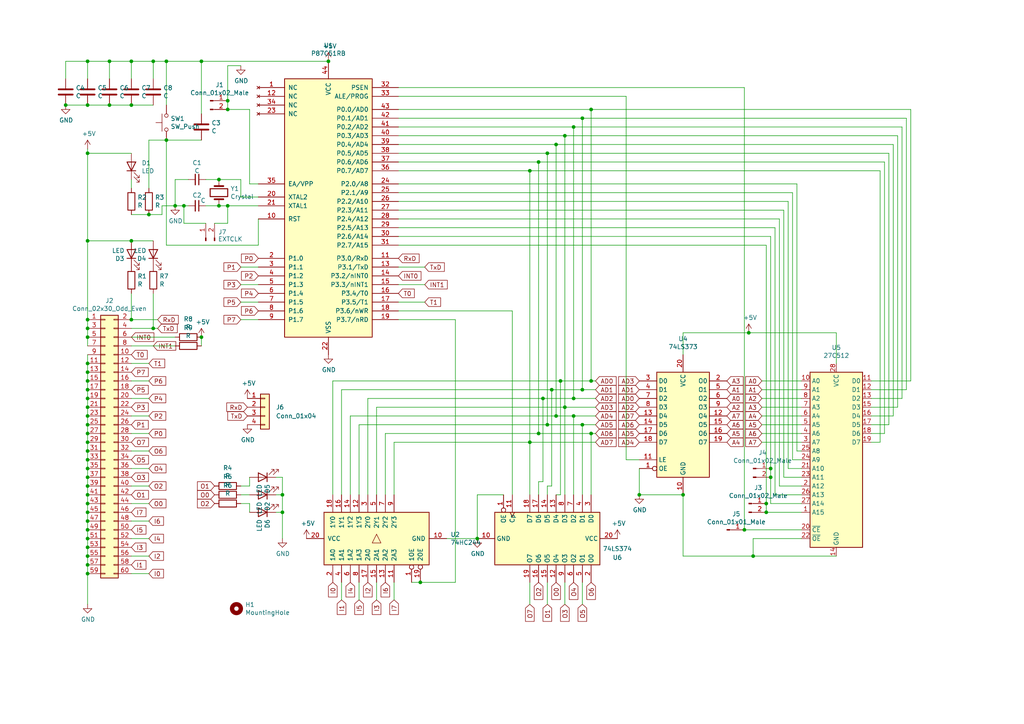
<source format=kicad_sch>
(kicad_sch (version 20231120) (generator "eeschema") (generator_version "8.0")
  (paper "A4")
  (junction (at 63.5 59.69))
  (junction (at 25.4 163.83))
  (junction (at 25.4 133.35))
  (junction (at 160.02 113.03))
  (junction (at 25.4 92.71))
  (junction (at 156.21 46.99))
  (junction (at 222.25 146.05))
  (junction (at 166.37 36.83))
  (junction (at 38.1 92.71))
  (junction (at 25.4 97.79))
  (junction (at 138.43 156.21))
  (junction (at 25.4 107.95))
  (junction (at 38.1 69.85))
  (junction (at 25.4 135.89))
  (junction (at 81.915 148.59))
  (junction (at 25.4 44.45))
  (junction (at 31.75 30.48))
  (junction (at 25.4 113.03))
  (junction (at 171.45 110.49))
  (junction (at 43.18 62.23))
  (junction (at 31.75 17.78))
  (junction (at 95.25 17.78))
  (junction (at 161.29 120.65))
  (junction (at 25.4 110.49))
  (junction (at 153.67 49.53))
  (junction (at 25.4 120.65))
  (junction (at 222.25 148.59))
  (junction (at 44.45 95.25))
  (junction (at 121.92 168.91))
  (junction (at 25.4 30.48))
  (junction (at 25.4 148.59))
  (junction (at 25.4 138.43))
  (junction (at 25.4 95.25))
  (junction (at 81.915 143.51))
  (junction (at 48.26 40.64))
  (junction (at 25.4 17.78))
  (junction (at 161.29 41.91))
  (junction (at 153.67 128.27))
  (junction (at 215.9 153.67))
  (junction (at 168.91 113.03))
  (junction (at 25.4 146.05))
  (junction (at 198.12 143.51))
  (junction (at 157.48 115.57))
  (junction (at 25.4 123.19))
  (junction (at 162.56 110.49))
  (junction (at 38.1 30.48))
  (junction (at 166.37 120.65))
  (junction (at 185.42 143.51))
  (junction (at 223.52 138.43))
  (junction (at 58.42 17.78))
  (junction (at 25.4 161.29))
  (junction (at 25.4 125.73))
  (junction (at 25.4 158.75))
  (junction (at 66.04 29.21))
  (junction (at 66.04 31.75))
  (junction (at 66.04 59.69))
  (junction (at 38.1 17.78))
  (junction (at 25.4 118.11))
  (junction (at 25.4 156.21))
  (junction (at 25.4 69.85))
  (junction (at 25.4 143.51))
  (junction (at 166.37 115.57))
  (junction (at 44.45 17.78))
  (junction (at 158.75 44.45))
  (junction (at 163.83 39.37))
  (junction (at 48.26 17.78))
  (junction (at 25.4 115.57))
  (junction (at 58.42 97.79))
  (junction (at 25.4 105.41))
  (junction (at 163.83 118.11))
  (junction (at 25.4 153.67))
  (junction (at 168.91 34.29))
  (junction (at 25.4 128.27))
  (junction (at 50.8 59.69))
  (junction (at 19.05 30.48))
  (junction (at 53.34 59.69))
  (junction (at 223.52 135.89))
  (junction (at 25.4 140.97))
  (junction (at 171.45 125.73))
  (junction (at 218.44 161.29))
  (junction (at 63.5 52.07))
  (junction (at 25.4 151.13))
  (junction (at 217.17 96.52))
  (junction (at 25.4 130.81))
  (junction (at 168.91 123.19))
  (junction (at 158.75 123.19))
  (junction (at 171.45 31.75))
  (junction (at 156.21 125.73))
  (junction (at 25.4 166.37))
  (wire (pts (xy 38.1 17.78) (xy 31.75 17.78)))
  (wire (pts (xy 158.75 168.91) (xy 158.75 175.26)))
  (wire (pts (xy 69.85 146.05) (xy 72.39 146.05)))
  (wire (pts (xy 161.29 41.91) (xy 259.08 41.91)))
  (wire (pts (xy 25.4 163.83) (xy 25.4 166.37)))
  (wire (pts (xy 256.54 125.73) (xy 252.73 125.73)))
  (wire (pts (xy 198.12 161.29) (xy 218.44 161.29)))
  (wire (pts (xy 38.1 161.29) (xy 43.18 161.29)))
  (wire (pts (xy 25.4 69.85) (xy 25.4 44.45)))
  (wire (pts (xy 66.04 59.69) (xy 74.93 59.69)))
  (wire (pts (xy 101.6 143.51) (xy 101.6 120.65)))
  (wire (pts (xy 25.4 120.65) (xy 25.4 123.19)))
  (wire (pts (xy 232.41 156.21) (xy 218.44 156.21)))
  (wire (pts (xy 215.9 153.67) (xy 232.41 153.67)))
  (wire (pts (xy 80.01 138.43) (xy 81.915 138.43)))
  (wire (pts (xy 171.45 31.75) (xy 171.45 110.49)))
  (wire (pts (xy 223.52 68.58) (xy 115.57 68.58)))
  (wire (pts (xy 44.45 85.09) (xy 44.45 95.25)))
  (wire (pts (xy 25.4 133.35) (xy 25.4 135.89)))
  (wire (pts (xy 121.92 168.91) (xy 132.08 168.91)))
  (wire (pts (xy 25.4 148.59) (xy 25.4 151.13)))
  (wire (pts (xy 38.1 146.05) (xy 43.18 146.05)))
  (wire (pts (xy 43.18 40.64) (xy 43.18 54.61)))
  (wire (pts (xy 38.1 22.86) (xy 38.1 17.78)))
  (wire (pts (xy 161.29 143.51) (xy 162.56 143.51)))
  (wire (pts (xy 115.57 31.75) (xy 171.45 31.75)))
  (wire (pts (xy 153.67 168.91) (xy 153.67 175.26)))
  (wire (pts (xy 114.3 128.27) (xy 114.3 143.51)))
  (wire (pts (xy 104.14 143.51) (xy 104.14 123.19)))
  (wire (pts (xy 232.41 138.43) (xy 227.33 138.43)))
  (wire (pts (xy 229.87 133.35) (xy 229.87 55.88)))
  (wire (pts (xy 255.27 49.53) (xy 255.27 128.27)))
  (wire (pts (xy 72.39 31.75) (xy 72.39 53.34)))
  (wire (pts (xy 19.05 17.78) (xy 19.05 22.86)))
  (wire (pts (xy 38.1 130.81) (xy 43.18 130.81)))
  (wire (pts (xy 231.14 130.81) (xy 231.14 53.34)))
  (wire (pts (xy 44.45 17.78) (xy 38.1 17.78)))
  (wire (pts (xy 115.57 82.55) (xy 123.19 82.55)))
  (wire (pts (xy 168.91 34.29) (xy 168.91 113.03)))
  (wire (pts (xy 109.22 143.51) (xy 109.22 118.11)))
  (wire (pts (xy 59.69 59.69) (xy 63.5 59.69)))
  (wire (pts (xy 48.26 40.64) (xy 43.18 40.64)))
  (wire (pts (xy 74.93 57.15) (xy 69.85 57.15)))
  (wire (pts (xy 114.3 168.91) (xy 114.3 173.99)))
  (wire (pts (xy 222.25 148.59) (xy 232.41 148.59)))
  (wire (pts (xy 25.4 156.21) (xy 25.4 158.75)))
  (wire (pts (xy 153.67 128.27) (xy 172.72 128.27)))
  (wire (pts (xy 198.12 102.87) (xy 198.12 96.52)))
  (wire (pts (xy 106.68 115.57) (xy 157.48 115.57)))
  (wire (pts (xy 25.4 135.89) (xy 25.4 138.43)))
  (wire (pts (xy 25.4 130.81) (xy 25.4 133.35)))
  (wire (pts (xy 259.08 120.65) (xy 252.73 120.65)))
  (wire (pts (xy 166.37 36.83) (xy 166.37 115.57)))
  (wire (pts (xy 25.4 105.41) (xy 25.4 107.95)))
  (wire (pts (xy 81.915 138.43) (xy 81.915 143.51)))
  (wire (pts (xy 66.04 19.05) (xy 66.04 29.21)))
  (wire (pts (xy 25.4 107.95) (xy 25.4 110.49)))
  (wire (pts (xy 115.57 46.99) (xy 156.21 46.99)))
  (wire (pts (xy 198.12 143.51) (xy 198.12 161.29)))
  (wire (pts (xy 38.1 151.13) (xy 43.18 151.13)))
  (wire (pts (xy 148.59 143.51) (xy 148.59 90.17)))
  (wire (pts (xy 115.57 41.91) (xy 161.29 41.91)))
  (wire (pts (xy 166.37 120.65) (xy 172.72 120.65)))
  (wire (pts (xy 156.21 46.99) (xy 156.21 125.73)))
  (wire (pts (xy 38.1 85.09) (xy 38.1 92.71)))
  (wire (pts (xy 66.04 31.75) (xy 66.04 29.21)))
  (wire (pts (xy 31.75 30.48) (xy 25.4 30.48)))
  (wire (pts (xy 163.83 39.37) (xy 260.35 39.37)))
  (wire (pts (xy 25.4 95.25) (xy 25.4 97.79)))
  (wire (pts (xy 223.52 135.89) (xy 223.52 138.43)))
  (wire (pts (xy 261.62 36.83) (xy 261.62 115.57)))
  (wire (pts (xy 232.41 123.19) (xy 220.98 123.19)))
  (wire (pts (xy 109.22 118.11) (xy 163.83 118.11)))
  (wire (pts (xy 69.85 92.71) (xy 74.93 92.71)))
  (wire (pts (xy 228.6 58.42) (xy 115.57 58.42)))
  (wire (pts (xy 44.45 22.86) (xy 44.45 17.78)))
  (wire (pts (xy 115.57 49.53) (xy 153.67 49.53)))
  (wire (pts (xy 158.75 143.51) (xy 158.75 140.97)))
  (wire (pts (xy 115.57 36.83) (xy 166.37 36.83)))
  (wire (pts (xy 228.6 135.89) (xy 228.6 58.42)))
  (wire (pts (xy 74.93 87.63) (xy 69.85 87.63)))
  (wire (pts (xy 158.75 140.97) (xy 160.02 140.97)))
  (wire (pts (xy 25.4 30.48) (xy 19.05 30.48)))
  (wire (pts (xy 63.5 59.69) (xy 66.04 59.69)))
  (wire (pts (xy 232.41 110.49) (xy 220.98 110.49)))
  (wire (pts (xy 25.4 146.05) (xy 25.4 148.59)))
  (wire (pts (xy 38.1 110.49) (xy 43.18 110.49)))
  (wire (pts (xy 157.48 139.7) (xy 157.48 115.57)))
  (wire (pts (xy 252.73 118.11) (xy 260.35 118.11)))
  (wire (pts (xy 166.37 120.65) (xy 161.29 120.65)))
  (wire (pts (xy 69.85 82.55) (xy 74.93 82.55)))
  (wire (pts (xy 50.8 59.69) (xy 53.34 59.69)))
  (wire (pts (xy 48.26 17.78) (xy 44.45 17.78)))
  (wire (pts (xy 80.01 148.59) (xy 81.915 148.59)))
  (wire (pts (xy 43.18 120.65) (xy 38.1 120.65)))
  (wire (pts (xy 162.56 110.49) (xy 96.52 110.49)))
  (wire (pts (xy 58.42 17.78) (xy 95.25 17.78)))
  (wire (pts (xy 99.06 168.91) (xy 99.06 173.99)))
  (wire (pts (xy 38.1 125.73) (xy 43.18 125.73)))
  (wire (pts (xy 59.69 52.07) (xy 63.5 52.07)))
  (wire (pts (xy 232.41 133.35) (xy 229.87 133.35)))
  (wire (pts (xy 256.54 46.99) (xy 256.54 125.73)))
  (wire (pts (xy 38.1 69.85) (xy 44.45 69.85)))
  (wire (pts (xy 172.72 110.49) (xy 171.45 110.49)))
  (wire (pts (xy 115.57 92.71) (xy 132.08 92.71)))
  (wire (pts (xy 115.57 44.45) (xy 158.75 44.45)))
  (wire (pts (xy 48.26 17.78) (xy 48.26 30.48)))
  (wire (pts (xy 232.41 130.81) (xy 231.14 130.81)))
  (wire (pts (xy 38.1 30.48) (xy 31.75 30.48)))
  (wire (pts (xy 69.85 19.05) (xy 66.04 19.05)))
  (wire (pts (xy 168.91 113.03) (xy 160.02 113.03)))
  (wire (pts (xy 25.4 125.73) (xy 25.4 128.27)))
  (wire (pts (xy 69.85 52.07) (xy 63.5 52.07)))
  (wire (pts (xy 25.4 110.49) (xy 25.4 113.03)))
  (wire (pts (xy 99.06 113.03) (xy 99.06 143.51)))
  (wire (pts (xy 45.72 95.25) (xy 44.45 95.25)))
  (wire (pts (xy 163.83 143.51) (xy 163.83 118.11)))
  (wire (pts (xy 171.45 125.73) (xy 156.21 125.73)))
  (wire (pts (xy 160.02 140.97) (xy 160.02 113.03)))
  (wire (pts (xy 171.45 110.49) (xy 162.56 110.49)))
  (wire (pts (xy 38.1 52.07) (xy 38.1 54.61)))
  (wire (pts (xy 104.14 123.19) (xy 158.75 123.19)))
  (wire (pts (xy 231.14 53.34) (xy 115.57 53.34)))
  (wire (pts (xy 252.73 123.19) (xy 257.81 123.19)))
  (wire (pts (xy 261.62 115.57) (xy 252.73 115.57)))
  (wire (pts (xy 220.98 118.11) (xy 232.41 118.11)))
  (wire (pts (xy 262.89 34.29) (xy 262.89 113.03)))
  (wire (pts (xy 43.18 166.37) (xy 38.1 166.37)))
  (wire (pts (xy 44.45 30.48) (xy 38.1 30.48)))
  (wire (pts (xy 181.61 133.35) (xy 185.42 133.35)))
  (wire (pts (xy 25.4 143.51) (xy 25.4 146.05)))
  (wire (pts (xy 220.98 125.73) (xy 232.41 125.73)))
  (wire (pts (xy 45.72 92.71) (xy 38.1 92.71)))
  (wire (pts (xy 232.41 128.27) (xy 220.98 128.27)))
  (wire (pts (xy 69.85 140.97) (xy 72.39 140.97)))
  (wire (pts (xy 185.42 143.51) (xy 198.12 143.51)))
  (wire (pts (xy 156.21 125.73) (xy 111.76 125.73)))
  (wire (pts (xy 162.56 143.51) (xy 162.56 110.49)))
  (wire (pts (xy 38.1 100.33) (xy 50.8 100.33)))
  (wire (pts (xy 38.1 95.25) (xy 44.45 95.25)))
  (wire (pts (xy 215.9 25.4) (xy 215.9 153.67)))
  (wire (pts (xy 50.8 52.07) (xy 54.61 52.07)))
  (wire (pts (xy 242.57 105.41) (xy 242.57 96.52)))
  (wire (pts (xy 172.72 125.73) (xy 171.45 125.73)))
  (wire (pts (xy 81.915 148.59) (xy 81.915 156.21)))
  (wire (pts (xy 115.57 39.37) (xy 163.83 39.37)))
  (wire (pts (xy 25.4 153.67) (xy 25.4 156.21)))
  (wire (pts (xy 96.52 110.49) (xy 96.52 143.51)))
  (wire (pts (xy 156.21 139.7) (xy 157.48 139.7)))
  (wire (pts (xy 163.83 39.37) (xy 163.83 118.11)))
  (wire (pts (xy 260.35 39.37) (xy 260.35 118.11)))
  (wire (pts (xy 74.93 63.5) (xy 74.93 71.12)))
  (wire (pts (xy 38.1 115.57) (xy 43.18 115.57)))
  (wire (pts (xy 146.05 143.51) (xy 138.43 143.51)))
  (wire (pts (xy 220.98 113.03) (xy 232.41 113.03)))
  (wire (pts (xy 38.1 44.45) (xy 25.4 44.45)))
  (wire (pts (xy 80.01 143.51) (xy 81.915 143.51)))
  (wire (pts (xy 168.91 143.51) (xy 168.91 123.19)))
  (wire (pts (xy 153.67 49.53) (xy 153.67 128.27)))
  (wire (pts (xy 81.915 143.51) (xy 81.915 148.59)))
  (wire (pts (xy 46.99 62.23) (xy 46.99 59.69)))
  (wire (pts (xy 69.85 52.07) (xy 69.85 57.15)))
  (wire (pts (xy 172.72 123.19) (xy 168.91 123.19)))
  (wire (pts (xy 171.45 143.51) (xy 171.45 125.73)))
  (wire (pts (xy 59.69 64.77) (xy 53.34 64.77)))
  (wire (pts (xy 115.57 77.47) (xy 123.19 77.47)))
  (wire (pts (xy 160.02 113.03) (xy 99.06 113.03)))
  (wire (pts (xy 153.67 49.53) (xy 255.27 49.53)))
  (wire (pts (xy 25.4 151.13) (xy 25.4 153.67)))
  (wire (pts (xy 168.91 123.19) (xy 158.75 123.19)))
  (wire (pts (xy 226.06 63.5) (xy 115.57 63.5)))
  (wire (pts (xy 25.4 69.85) (xy 38.1 69.85)))
  (wire (pts (xy 161.29 41.91) (xy 161.29 120.65)))
  (wire (pts (xy 66.04 31.75) (xy 72.39 31.75)))
  (wire (pts (xy 264.16 110.49) (xy 252.73 110.49)))
  (wire (pts (xy 50.8 52.07) (xy 50.8 59.69)))
  (wire (pts (xy 232.41 115.57) (xy 220.98 115.57)))
  (wire (pts (xy 158.75 44.45) (xy 257.81 44.45)))
  (wire (pts (xy 43.18 105.41) (xy 38.1 105.41)))
  (wire (pts (xy 181.61 27.94) (xy 115.57 27.94)))
  (wire (pts (xy 158.75 44.45) (xy 158.75 123.19)))
  (wire (pts (xy 218.44 156.21) (xy 218.44 161.29)))
  (wire (pts (xy 66.04 64.77) (xy 66.04 59.69)))
  (wire (pts (xy 72.39 140.97) (xy 72.39 138.43)))
  (wire (pts (xy 101.6 120.65) (xy 161.29 120.65)))
  (wire (pts (xy 181.61 27.94) (xy 181.61 133.35)))
  (wire (pts (xy 264.16 31.75) (xy 264.16 110.49)))
  (wire (pts (xy 156.21 46.99) (xy 256.54 46.99)))
  (wire (pts (xy 104.14 168.91) (xy 104.14 173.99)))
  (wire (pts (xy 166.37 143.51) (xy 166.37 120.65)))
  (wire (pts (xy 123.19 87.63) (xy 115.57 87.63)))
  (wire (pts (xy 25.4 95.25) (xy 25.4 92.71)))
  (wire (pts (xy 25.4 118.11) (xy 25.4 120.65)))
  (wire (pts (xy 25.4 17.78) (xy 19.05 17.78)))
  (wire (pts (xy 25.4 22.86) (xy 25.4 17.78)))
  (wire (pts (xy 224.79 66.04) (xy 115.57 66.04)))
  (wire (pts (xy 166.37 36.83) (xy 261.62 36.83)))
  (wire (pts (xy 53.34 59.69) (xy 54.61 59.69)))
  (wire (pts (xy 168.91 168.91) (xy 168.91 175.26)))
  (wire (pts (xy 58.42 100.33) (xy 58.42 97.79)))
  (wire (pts (xy 25.4 97.79) (xy 25.4 100.33)))
  (wire (pts (xy 153.67 128.27) (xy 153.67 143.51)))
  (wire (pts (xy 58.42 17.78) (xy 48.26 17.78)))
  (wire (pts (xy 115.57 71.12) (xy 222.25 71.12)))
  (wire (pts (xy 259.08 41.91) (xy 259.08 120.65)))
  (wire (pts (xy 223.52 146.05) (xy 223.52 138.43)))
  (wire (pts (xy 43.18 62.23) (xy 38.1 62.23)))
  (wire (pts (xy 31.75 17.78) (xy 25.4 17.78)))
  (wire (pts (xy 25.4 92.71) (xy 25.4 69.85)))
  (wire (pts (xy 172.72 118.11) (xy 163.83 118.11)))
  (wire (pts (xy 215.9 25.4) (xy 115.57 25.4)))
  (wire (pts (xy 43.18 140.97) (xy 38.1 140.97)))
  (wire (pts (xy 257.81 44.45) (xy 257.81 123.19)))
  (wire (pts (xy 218.44 161.29) (xy 242.57 161.29)))
  (wire (pts (xy 232.41 140.97) (xy 226.06 140.97)))
  (wire (pts (xy 106.68 143.51) (xy 106.68 115.57)))
  (wire (pts (xy 69.85 143.51) (xy 72.39 143.51)))
  (wire (pts (xy 43.18 135.89) (xy 38.1 135.89)))
  (wire (pts (xy 172.72 115.57) (xy 166.37 115.57)))
  (wire (pts (xy 72.39 53.34) (xy 74.93 53.34)))
  (wire (pts (xy 25.4 158.75) (xy 25.4 161.29)))
  (wire (pts (xy 62.23 64.77) (xy 66.04 64.77)))
  (wire (pts (xy 163.83 168.91) (xy 163.83 175.26)))
  (wire (pts (xy 25.4 128.27) (xy 25.4 130.81)))
  (wire (pts (xy 232.41 146.05) (xy 223.52 146.05)))
  (wire (pts (xy 156.21 143.51) (xy 156.21 139.7)))
  (wire (pts (xy 58.42 33.02) (xy 58.42 17.78)))
  (wire (pts (xy 168.91 34.29) (xy 262.89 34.29)))
  (wire (pts (xy 222.25 71.12) (xy 222.25 146.05)))
  (wire (pts (xy 119.38 168.91) (xy 121.92 168.91)))
  (wire (pts (xy 232.41 143.51) (xy 224.79 143.51)))
  (wire (pts (xy 232.41 120.65) (xy 220.98 120.65)))
  (wire (pts (xy 132.08 92.71) (xy 132.08 168.91)))
  (wire (pts (xy 74.93 77.47) (xy 69.85 77.47)))
  (wire (pts (xy 172.72 113.03) (xy 168.91 113.03)))
  (wire (pts (xy 74.93 71.12) (xy 48.26 71.12)))
  (wire (pts (xy 198.12 96.52) (xy 217.17 96.52)))
  (wire (pts (xy 185.42 135.89) (xy 185.42 143.51)))
  (wire (pts (xy 171.45 31.75) (xy 264.16 31.75)))
  (wire (pts (xy 109.22 168.91) (xy 109.22 173.99)))
  (wire (pts (xy 138.43 156.21) (xy 129.54 156.21)))
  (wire (pts (xy 50.8 59.69) (xy 46.99 59.69)))
  (wire (pts (xy 242.57 96.52) (xy 217.17 96.52)))
  (wire (pts (xy 223.52 135.89) (xy 223.52 68.58)))
  (wire (pts (xy 43.18 156.21) (xy 38.1 156.21)))
  (wire (pts (xy 25.4 115.57) (xy 25.4 118.11)))
  (wire (pts (xy 48.26 71.12) (xy 48.26 40.64)))
  (wire (pts (xy 153.67 128.27) (xy 114.3 128.27)))
  (wire (pts (xy 43.18 62.23) (xy 46.99 62.23)))
  (wire (pts (xy 166.37 115.57) (xy 157.48 115.57)))
  (wire (pts (xy 115.57 34.29) (xy 168.91 34.29)))
  (wire (pts (xy 252.73 113.03) (xy 262.89 113.03)))
  (wire (pts (xy 222.25 146.05) (xy 222.25 148.59)))
  (wire (pts (xy 227.33 138.43) (xy 227.33 60.96)))
  (wire (pts (xy 72.39 146.05) (xy 72.39 148.59)))
  (wire (pts (xy 226.06 140.97) (xy 226.06 63.5)))
  (wire (pts (xy 25.4 140.97) (xy 25.4 143.51)))
  (wire (pts (xy 232.41 135.89) (xy 228.6 135.89)))
  (wire (pts (xy 229.87 55.88) (xy 115.57 55.88)))
  (wire (pts (xy 25.4 138.43) (xy 25.4 140.97)))
  (wire (pts (xy 25.4 166.37) (xy 25.4 175.26)))
  (wire (pts (xy 224.79 143.51) (xy 224.79 66.04)))
  (wire (pts (xy 252.73 128.27) (xy 255.27 128.27)))
  (wire (pts (xy 25.4 44.45) (xy 25.4 43.18)))
  (wire (pts (xy 25.4 161.29) (xy 25.4 163.83)))
  (wire (pts (xy 53.34 64.77) (xy 53.34 59.69)))
  (wire (pts (xy 25.4 123.19) (xy 25.4 125.73)))
  (wire (pts (xy 31.75 22.86) (xy 31.75 17.78)))
  (wire (pts (xy 148.59 90.17) (xy 115.57 90.17)))
  (wire (pts (xy 38.1 97.79) (xy 50.8 97.79)))
  (wire (pts (xy 227.33 60.96) (xy 115.57 60.96)))
  (wire (pts (xy 111.76 125.73) (xy 111.76 143.51)))
  (wire (pts (xy 25.4 102.87) (xy 25.4 105.41)))
  (wire (pts (xy 138.43 143.51) (xy 138.43 156.21)))
  (wire (pts (xy 25.4 113.03) (xy 25.4 115.57)))
  (wire (pts (xy 48.26 40.64) (xy 58.42 40.64)))
  (global_label "I5" (shape input) (at 104.14 173.99 270) (property "Intersheetrefs" "${INTERSHEET_REFS}" (effects (hide yes))))
  (global_label "AD7" (shape input) (at 172.72 128.27 0) (property "Intersheetrefs" "${INTERSHEET_REFS}" (effects (hide yes))))
  (global_label "O7" (shape input) (at 153.67 175.26 270) (property "Intersheetrefs" "${INTERSHEET_REFS}" (effects (hide yes))))
  (global_label "O1" (shape input) (at 158.75 175.26 270) (property "Intersheetrefs" "${INTERSHEET_REFS}" (effects (hide yes))))
  (global_label "I6" (shape input) (at 111.76 168.91 270) (property "Intersheetrefs" "${INTERSHEET_REFS}" (effects (hide yes))))
  (global_label "AD3" (shape input) (at 185.42 110.49 180) (property "Intersheetrefs" "${INTERSHEET_REFS}" (effects (hide yes))))
  (global_label "O2" (shape input) (at 62.23 146.05 180) (property "Intersheetrefs" "${INTERSHEET_REFS}" (effects (hide yes))))
  (global_label "P5" (shape input) (at 38.1 113.03 0) (property "Intersheetrefs" "${INTERSHEET_REFS}" (effects (hide yes))))
  (global_label "O0" (shape input) (at 161.29 168.91 270) (property "Intersheetrefs" "${INTERSHEET_REFS}" (effects (hide yes))))
  (global_label "AD7" (shape input) (at 185.42 120.65 180) (property "Intersheetrefs" "${INTERSHEET_REFS}" (effects (hide yes))))
  (global_label "I1" (shape input) (at 99.06 173.99 270) (property "Intersheetrefs" "${INTERSHEET_REFS}" (effects (hide yes))))
  (global_label "AD2" (shape input) (at 185.42 118.11 180) (property "Intersheetrefs" "${INTERSHEET_REFS}" (effects (hide yes))))
  (global_label "O0" (shape input) (at 62.23 143.51 180) (property "Intersheetrefs" "${INTERSHEET_REFS}" (effects (hide yes))))
  (global_label "O4" (shape input) (at 43.18 135.89 0) (property "Intersheetrefs" "${INTERSHEET_REFS}" (effects (hide yes))))
  (global_label "P5" (shape input) (at 69.85 87.63 180) (property "Intersheetrefs" "${INTERSHEET_REFS}" (effects (hide yes))))
  (global_label "O3" (shape input) (at 163.83 175.26 270) (property "Intersheetrefs" "${INTERSHEET_REFS}" (effects (hide yes))))
  (global_label "A4" (shape input) (at 220.98 120.65 180) (property "Intersheetrefs" "${INTERSHEET_REFS}" (effects (hide yes))))
  (global_label "O3" (shape input) (at 38.1 138.43 0) (property "Intersheetrefs" "${INTERSHEET_REFS}" (effects (hide yes))))
  (global_label "P4" (shape input) (at 74.93 85.09 180) (property "Intersheetrefs" "${INTERSHEET_REFS}" (effects (hide yes))))
  (global_label "O2" (shape input) (at 156.21 168.91 270) (property "Intersheetrefs" "${INTERSHEET_REFS}" (effects (hide yes))))
  (global_label "A6" (shape input) (at 220.98 125.73 180) (property "Intersheetrefs" "${INTERSHEET_REFS}" (effects (hide yes))))
  (global_label "O1" (shape input) (at 38.1 143.51 0) (property "Intersheetrefs" "${INTERSHEET_REFS}" (effects (hide yes))))
  (global_label "AD6" (shape input) (at 185.42 123.19 180) (property "Intersheetrefs" "${INTERSHEET_REFS}" (effects (hide yes))))
  (global_label "I7" (shape input) (at 114.3 173.99 270) (property "Intersheetrefs" "${INTERSHEET_REFS}" (effects (hide yes))))
  (global_label "A2" (shape input) (at 220.98 115.57 180) (property "Intersheetrefs" "${INTERSHEET_REFS}" (effects (hide yes))))
  (global_label "AD0" (shape input) (at 172.72 110.49 0) (property "Intersheetrefs" "${INTERSHEET_REFS}" (effects (hide yes))))
  (global_label "AD5" (shape input) (at 185.42 125.73 180) (property "Intersheetrefs" "${INTERSHEET_REFS}" (effects (hide yes))))
  (global_label "INT0" (shape input) (at 115.57 80.01 0) (property "Intersheetrefs" "${INTERSHEET_REFS}" (effects (hide yes))))
  (global_label "AD2" (shape input) (at 172.72 115.57 0) (property "Intersheetrefs" "${INTERSHEET_REFS}" (effects (hide yes))))
  (global_label "O6" (shape input) (at 171.45 168.91 270) (property "Intersheetrefs" "${INTERSHEET_REFS}" (effects (hide yes))))
  (global_label "P0" (shape input) (at 74.93 74.93 180) (property "Intersheetrefs" "${INTERSHEET_REFS}" (effects (hide yes))))
  (global_label "P2" (shape input) (at 74.93 80.01 180) (property "Intersheetrefs" "${INTERSHEET_REFS}" (effects (hide yes))))
  (global_label "AD1" (shape input) (at 185.42 113.03 180) (property "Intersheetrefs" "${INTERSHEET_REFS}" (effects (hide yes))))
  (global_label "P7" (shape input) (at 38.1 107.95 0) (property "Intersheetrefs" "${INTERSHEET_REFS}" (effects (hide yes))))
  (global_label "RxD" (shape input) (at 45.72 92.71 0) (property "Intersheetrefs" "${INTERSHEET_REFS}" (effects (hide yes))))
  (global_label "A6" (shape input) (at 210.82 123.19 0) (property "Intersheetrefs" "${INTERSHEET_REFS}" (effects (hide yes))))
  (global_label "I0" (shape input) (at 43.18 166.37 0) (property "Intersheetrefs" "${INTERSHEET_REFS}" (effects (hide yes))))
  (global_label "O2" (shape input) (at 43.18 140.97 0) (property "Intersheetrefs" "${INTERSHEET_REFS}" (effects (hide yes))))
  (global_label "A2" (shape input) (at 210.82 118.11 0) (property "Intersheetrefs" "${INTERSHEET_REFS}" (effects (hide yes))))
  (global_label "RxD" (shape input) (at 71.755 118.11 180) (property "Intersheetrefs" "${INTERSHEET_REFS}" (effects (hide yes))))
  (global_label "A0" (shape input) (at 220.98 110.49 180) (property "Intersheetrefs" "${INTERSHEET_REFS}" (effects (hide yes))))
  (global_label "A3" (shape input) (at 210.82 110.49 0) (property "Intersheetrefs" "${INTERSHEET_REFS}" (effects (hide yes))))
  (global_label "T1" (shape input) (at 43.18 105.41 0) (property "Intersheetrefs" "${INTERSHEET_REFS}" (effects (hide yes))))
  (global_label "A4" (shape input) (at 210.82 128.27 0) (property "Intersheetrefs" "${INTERSHEET_REFS}" (effects (hide yes))))
  (global_label "A5" (shape input) (at 210.82 125.73 0) (property "Intersheetrefs" "${INTERSHEET_REFS}" (effects (hide yes))))
  (global_label "TxD" (shape input) (at 71.755 120.65 180) (property "Intersheetrefs" "${INTERSHEET_REFS}" (effects (hide yes))))
  (global_label "O6" (shape input) (at 43.18 130.81 0) (property "Intersheetrefs" "${INTERSHEET_REFS}" (effects (hide yes))))
  (global_label "P6" (shape input) (at 43.18 110.49 0) (property "Intersheetrefs" "${INTERSHEET_REFS}" (effects (hide yes))))
  (global_label "INT1" (shape input) (at 123.19 82.55 0) (property "Intersheetrefs" "${INTERSHEET_REFS}" (effects (hide yes))))
  (global_label "O4" (shape input) (at 166.37 168.91 270) (property "Intersheetrefs" "${INTERSHEET_REFS}" (effects (hide yes))))
  (global_label "P1" (shape input) (at 69.85 77.47 180) (property "Intersheetrefs" "${INTERSHEET_REFS}" (effects (hide yes))))
  (global_label "I6" (shape input) (at 43.18 151.13 0) (property "Intersheetrefs" "${INTERSHEET_REFS}" (effects (hide yes))))
  (global_label "I7" (shape input) (at 38.1 148.59 0) (property "Intersheetrefs" "${INTERSHEET_REFS}" (effects (hide yes))))
  (global_label "AD5" (shape input) (at 172.72 123.19 0) (property "Intersheetrefs" "${INTERSHEET_REFS}" (effects (hide yes))))
  (global_label "AD4" (shape input) (at 172.72 120.65 0) (property "Intersheetrefs" "${INTERSHEET_REFS}" (effects (hide yes))))
  (global_label "I4" (shape input) (at 43.18 156.21 0) (property "Intersheetrefs" "${INTERSHEET_REFS}" (effects (hide yes))))
  (global_label "A7" (shape input) (at 210.82 120.65 0) (property "Intersheetrefs" "${INTERSHEET_REFS}" (effects (hide yes))))
  (global_label "A1" (shape input) (at 220.98 113.03 180) (property "Intersheetrefs" "${INTERSHEET_REFS}" (effects (hide yes))))
  (global_label "I2" (shape input) (at 43.18 161.29 0) (property "Intersheetrefs" "${INTERSHEET_REFS}" (effects (hide yes))))
  (global_label "P0" (shape input) (at 43.18 125.73 0) (property "Intersheetrefs" "${INTERSHEET_REFS}" (effects (hide yes))))
  (global_label "AD1" (shape input) (at 172.72 113.03 0) (property "Intersheetrefs" "${INTERSHEET_REFS}" (effects (hide yes))))
  (global_label "O7" (shape input) (at 38.1 128.27 0) (property "Intersheetrefs" "${INTERSHEET_REFS}" (effects (hide yes))))
  (global_label "O5" (shape input) (at 38.1 133.35 0) (property "Intersheetrefs" "${INTERSHEET_REFS}" (effects (hide yes))))
  (global_label "T0" (shape input) (at 115.57 85.09 0) (property "Intersheetrefs" "${INTERSHEET_REFS}" (effects (hide yes))))
  (global_label "INT1" (shape input) (at 44.45 100.33 0) (property "Intersheetrefs" "${INTERSHEET_REFS}" (effects (hide yes))))
  (global_label "TxD" (shape input) (at 123.19 77.47 0) (property "Intersheetrefs" "${INTERSHEET_REFS}" (effects (hide yes))))
  (global_label "P6" (shape input) (at 74.93 90.17 180) (property "Intersheetrefs" "${INTERSHEET_REFS}" (effects (hide yes))))
  (global_label "I2" (shape input) (at 106.68 168.91 270) (property "Intersheetrefs" "${INTERSHEET_REFS}" (effects (hide yes))))
  (global_label "P3" (shape input) (at 69.85 82.55 180) (property "Intersheetrefs" "${INTERSHEET_REFS}" (effects (hide yes))))
  (global_label "T1" (shape input) (at 123.19 87.63 0) (property "Intersheetrefs" "${INTERSHEET_REFS}" (effects (hide yes))))
  (global_label "I4" (shape input) (at 101.6 168.91 270) (property "Intersheetrefs" "${INTERSHEET_REFS}" (effects (hide yes))))
  (global_label "A7" (shape input) (at 220.98 128.27 180) (property "Intersheetrefs" "${INTERSHEET_REFS}" (effects (hide yes))))
  (global_label "O5" (shape input) (at 168.91 175.26 270) (property "Intersheetrefs" "${INTERSHEET_REFS}" (effects (hide yes))))
  (global_label "I5" (shape input) (at 38.1 153.67 0) (property "Intersheetrefs" "${INTERSHEET_REFS}" (effects (hide yes))))
  (global_label "AD4" (shape input) (at 185.42 128.27 180) (property "Intersheetrefs" "${INTERSHEET_REFS}" (effects (hide yes))))
  (global_label "P1" (shape input) (at 38.1 123.19 0) (property "Intersheetrefs" "${INTERSHEET_REFS}" (effects (hide yes))))
  (global_label "I0" (shape input) (at 96.52 168.91 270) (property "Intersheetrefs" "${INTERSHEET_REFS}" (effects (hide yes))))
  (global_label "P3" (shape input) (at 38.1 118.11 0) (property "Intersheetrefs" "${INTERSHEET_REFS}" (effects (hide yes))))
  (global_label "P7" (shape input) (at 69.85 92.71 180) (property "Intersheetrefs" "${INTERSHEET_REFS}" (effects (hide yes))))
  (global_label "A5" (shape input) (at 220.98 123.19 180) (property "Intersheetrefs" "${INTERSHEET_REFS}" (effects (hide yes))))
  (global_label "I1" (shape input) (at 38.1 163.83 0) (property "Intersheetrefs" "${INTERSHEET_REFS}" (effects (hide yes))))
  (global_label "I3" (shape input) (at 38.1 158.75 0) (property "Intersheetrefs" "${INTERSHEET_REFS}" (effects (hide yes))))
  (global_label "AD6" (shape input) (at 172.72 125.73 0) (property "Intersheetrefs" "${INTERSHEET_REFS}" (effects (hide yes))))
  (global_label "O0" (shape input) (at 43.18 146.05 0) (property "Intersheetrefs" "${INTERSHEET_REFS}" (effects (hide yes))))
  (global_label "A3" (shape input) (at 220.98 118.11 180) (property "Intersheetrefs" "${INTERSHEET_REFS}" (effects (hide yes))))
  (global_label "P2" (shape input) (at 43.18 120.65 0) (property "Intersheetrefs" "${INTERSHEET_REFS}" (effects (hide yes))))
  (global_label "P4" (shape input) (at 43.18 115.57 0) (property "Intersheetrefs" "${INTERSHEET_REFS}" (effects (hide yes))))
  (global_label "AD3" (shape input) (at 172.72 118.11 0) (property "Intersheetrefs" "${INTERSHEET_REFS}" (effects (hide yes))))
  (global_label "RxD" (shape input) (at 115.57 74.93 0) (property "Intersheetrefs" "${INTERSHEET_REFS}" (effects (hide yes))))
  (global_label "TxD" (shape input) (at 45.72 95.25 0) (property "Intersheetrefs" "${INTERSHEET_REFS}" (effects (hide yes))))
  (global_label "T0" (shape input) (at 38.1 102.87 0) (property "Intersheetrefs" "${INTERSHEET_REFS}" (effects (hide yes))))
  (global_label "O1" (shape input) (at 62.23 140.97 180) (property "Intersheetrefs" "${INTERSHEET_REFS}" (effects (hide yes))))
  (global_label "A1" (shape input) (at 210.82 113.03 0) (property "Intersheetrefs" "${INTERSHEET_REFS}" (effects (hide yes))))
  (global_label "I3" (shape input) (at 109.22 173.99 270) (property "Intersheetrefs" "${INTERSHEET_REFS}" (effects (hide yes))))
  (global_label "INT0" (shape input) (at 38.1 97.79 0) (property "Intersheetrefs" "${INTERSHEET_REFS}" (effects (hide yes))))
  (global_label "AD0" (shape input) (at 185.42 115.57 180) (property "Intersheetrefs" "${INTERSHEET_REFS}" (effects (hide yes))))
  (global_label "A0" (shape input) (at 210.82 115.57 0) (property "Intersheetrefs" "${INTERSHEET_REFS}" (effects (hide yes))))
  (symbol (lib_id "Mechanical:MountingHole") (at 68.58 176.53 0) (unit 1)
    (property "Reference" "H1" (at 71.12 175.3616 0) (effects (justify left)))
    (property "Value" "MountingHole" (at 71.12 177.673 0) (effects (justify left)))
    (property "Footprint" "MountingHole:MountingHole_3.2mm_M3" (effects (hide yes)))
  )
  (symbol (lib_id "8051-rescue:Conn_01x01_Male-Connector") (at 210.82 153.67 0) (unit 1)
    (property "Reference" "J5" (at 213.5632 149.0726 0))
    (property "Value" "Conn_01x01_Male" (at 213.5632 151.384 0))
    (property "Footprint" "Connector_PinSocket_2.54mm:PinSocket_1x01_P2.54mm_Vertical" (effects (hide yes)))
  )
  (symbol (lib_id "8051-rescue:74HC244-74xx") (at 109.22 156.21 90) (unit 1)
    (property "Reference" "U2" (at 130.6576 155.0416 90) (effects (justify right)))
    (property "Value" "74HC244" (at 130.6576 157.353 90) (effects (justify right)))
    (property "Footprint" "Package_SO:SOIC-20W_7.5x12.8mm_P1.27mm" (effects (hide yes)))
    (property "Datasheet" "http://www.nxp.com/documents/data_sheet/74HC_HCT244.pdf" (effects (hide yes)))
  )
  (symbol (lib_id "74xx:74LS373") (at 198.12 123.19 0) (unit 1)
    (property "Reference" "U4" (at 198.12 98.2726 0))
    (property "Value" "74LS373" (at 198.12 100.584 0))
    (property "Footprint" "Package_SO:SOIC-20W_7.5x12.8mm_P1.27mm" (effects (hide yes)))
    (property "Datasheet" "http://www.ti.com/lit/gpn/sn74LS373" (effects (hide yes)))
  )
  (symbol (lib_id "8051-rescue:P87C51RB-MCU_Generic_8051") (at 95.25 58.42 0) (unit 1)
    (property "Reference" "U1" (at 95.25 13.1826 0))
    (property "Value" "P87C51RB" (at 95.25 15.494 0))
    (property "Footprint" "Package_LCC:PLCC-44" (effects (hide yes)))
    (property "Datasheet" "https://www.nxp.com/docs/en/data-sheet/8XC54_51FX_51RX.pdf" (effects (hide yes)))
  )
  (symbol (lib_id "Switch:SW_Push") (at 48.26 35.56 90) (mirror x) (unit 1)
    (property "Reference" "SW1" (at 49.4792 34.3916 90) (effects (justify right)))
    (property "Value" "SW_Push" (at 49.4792 36.703 90) (effects (justify right)))
    (property "Footprint" "Button_Switch_THT:SW_PUSH_6mm" (effects (hide yes)))
  )
  (symbol (lib_id "Device:Crystal") (at 63.5 55.88 270) (unit 1)
    (property "Reference" "Y1" (at 66.8274 54.7116 90) (effects (justify left)))
    (property "Value" "Crystal" (at 66.8274 57.023 90) (effects (justify left)))
    (property "Footprint" "Crystal:Crystal_HC49-4H_Vertical" (effects (hide yes)))
  )
  (symbol (lib_id "Device:C_Small") (at 57.15 59.69 270) (unit 1)
    (property "Reference" "C2" (at 57.15 56.642 90))
    (property "Value" "C" (at 58.928 58.166 90))
    (property "Footprint" "Capacitor_SMD:C_0805_2012Metric_Pad1.15x1.40mm_HandSolder" (effects (hide yes)))
    (property "Description" "Unpolarized capacitor, small symbol" (effects (hide yes)))
  )
  (symbol (lib_id "Device:C_Small") (at 57.15 52.07 270) (unit 1)
    (property "Reference" "C1" (at 57.15 47.2186 90))
    (property "Value" "C" (at 57.15 49.53 90))
    (property "Footprint" "Capacitor_SMD:C_0805_2012Metric_Pad1.15x1.40mm_HandSolder" (effects (hide yes)))
    (property "Description" "Unpolarized capacitor, small symbol" (effects (hide yes)))
  )
  (symbol (lib_id "power:GND") (at 138.43 156.21 0) (unit 1)
    (property "Reference" "#PWR0101" (effects (hide yes)))
    (property "Value" "GND" (at 138.557 160.6042 0))
  )
  (symbol (lib_id "power:GND") (at 185.42 143.51 0) (unit 1)
    (property "Reference" "#PWR0102" (effects (hide yes)))
    (property "Value" "GND" (at 185.547 147.9042 0))
  )
  (symbol (lib_id "power:GND") (at 95.25 102.87 0) (unit 1)
    (property "Reference" "#PWR0103" (effects (hide yes)))
    (property "Value" "GND" (at 95.377 107.2642 0))
  )
  (symbol (lib_id "power:+5V") (at 95.25 17.78 0) (unit 1)
    (property "Reference" "#PWR0104" (effects (hide yes)))
    (property "Value" "+5V" (at 95.631 13.3858 0))
  )
  (symbol (lib_id "power:+5V") (at 217.17 96.52 0) (unit 1)
    (property "Reference" "#PWR0105" (effects (hide yes)))
    (property "Value" "+5V" (at 217.551 92.1258 0))
  )
  (symbol (lib_id "power:+5V") (at 179.07 156.21 0) (unit 1)
    (property "Reference" "#PWR0106" (effects (hide yes)))
    (property "Value" "+5V" (at 179.451 151.8158 0))
  )
  (symbol (lib_id "power:+5V") (at 88.9 156.21 0) (unit 1)
    (property "Reference" "#PWR0107" (effects (hide yes)))
    (property "Value" "+5V" (at 89.281 151.8158 0))
  )
  (symbol (lib_id "8051-rescue:Conn_01x02_Male-Connector") (at 60.96 29.21 0) (unit 1)
    (property "Reference" "J1" (at 63.7032 24.6126 0))
    (property "Value" "Conn_01x02_Male" (at 63.7032 26.924 0))
    (property "Footprint" "Connector_PinSocket_2.54mm:PinSocket_1x02_P2.54mm_Vertical" (effects (hide yes)))
  )
  (symbol (lib_id "power:GND") (at 69.85 19.05 0) (unit 1)
    (property "Reference" "#PWR0108" (effects (hide yes)))
    (property "Value" "GND" (at 69.977 23.4442 0))
  )
  (symbol (lib_id "Device:C") (at 58.42 36.83 0) (unit 1)
    (property "Reference" "C3" (at 61.341 35.6616 0) (effects (justify left)))
    (property "Value" "C" (at 61.341 37.973 0) (effects (justify left)))
    (property "Footprint" "Capacitor_SMD:C_1206_3216Metric_Pad1.42x1.75mm_HandSolder" (effects (hide yes)))
  )
  (symbol (lib_id "Connector_Generic:Conn_02x30_Odd_Even") (at 30.48 128.27 0) (unit 1)
    (property "Reference" "J2" (at 31.75 87.1982 0))
    (property "Value" "Conn_02x30_Odd_Even" (at 31.75 89.5096 0))
    (property "Footprint" "Connector_PinHeader_2.54mm:PinHeader_2x30_P2.54mm_Vertical" (effects (hide yes)))
  )
  (symbol (lib_id "power:+5V") (at 25.4 43.18 0) (unit 1)
    (property "Reference" "#PWR01" (effects (hide yes)))
    (property "Value" "+5V" (at 25.781 38.7858 0))
  )
  (symbol (lib_id "power:GND") (at 25.4 175.26 0) (unit 1)
    (property "Reference" "#PWR02" (effects (hide yes)))
    (property "Value" "GND" (at 25.527 179.6542 0))
  )
  (symbol (lib_id "power:GND") (at 50.8 59.69 0) (unit 1)
    (property "Reference" "#PWR03" (effects (hide yes)))
    (property "Value" "GND" (at 50.927 64.0842 0))
  )
  (symbol (lib_id "Device:C") (at 38.1 26.67 0) (unit 1)
    (property "Reference" "C7" (at 41.021 25.5016 0) (effects (justify left)))
    (property "Value" "C" (at 41.021 27.813 0) (effects (justify left)))
    (property "Footprint" "Capacitor_SMD:C_1206_3216Metric_Pad1.42x1.75mm_HandSolder" (effects (hide yes)))
  )
  (symbol (lib_id "Device:C") (at 31.75 26.67 0) (unit 1)
    (property "Reference" "C6" (at 34.671 25.5016 0) (effects (justify left)))
    (property "Value" "C" (at 34.671 27.813 0) (effects (justify left)))
    (property "Footprint" "Capacitor_SMD:C_1206_3216Metric_Pad1.42x1.75mm_HandSolder" (effects (hide yes)))
  )
  (symbol (lib_id "Device:C") (at 25.4 26.67 0) (unit 1)
    (property "Reference" "C5" (at 28.321 25.5016 0) (effects (justify left)))
    (property "Value" "C" (at 28.321 27.813 0) (effects (justify left)))
    (property "Footprint" "Capacitor_SMD:C_1206_3216Metric_Pad1.42x1.75mm_HandSolder" (effects (hide yes)))
  )
  (symbol (lib_id "Device:C") (at 19.05 26.67 0) (unit 1)
    (property "Reference" "C4" (at 21.971 25.5016 0) (effects (justify left)))
    (property "Value" "C" (at 21.971 27.813 0) (effects (justify left)))
    (property "Footprint" "Capacitor_SMD:C_1206_3216Metric_Pad1.42x1.75mm_HandSolder" (effects (hide yes)))
  )
  (symbol (lib_id "power:GND") (at 19.05 30.48 0) (unit 1)
    (property "Reference" "#PWR0109" (effects (hide yes)))
    (property "Value" "GND" (at 19.177 34.8742 0))
  )
  (symbol (lib_id "Device:LED") (at 38.1 48.26 90) (unit 1)
    (property "Reference" "D1" (at 41.0718 47.2694 90) (effects (justify right)))
    (property "Value" "LED" (at 41.0718 49.5808 90) (effects (justify right)))
    (property "Footprint" "LED_SMD:LED_0805_2012Metric_Pad1.15x1.40mm_HandSolder" (effects (hide yes)))
  )
  (symbol (lib_id "Device:R") (at 38.1 58.42 0) (unit 1)
    (property "Reference" "R2" (at 39.878 57.2516 0) (effects (justify left)))
    (property "Value" "R" (at 39.878 59.563 0) (effects (justify left)))
    (property "Footprint" "Resistor_SMD:R_0805_2012Metric_Pad1.15x1.40mm_HandSolder" (effects (hide yes)))
  )
  (symbol (lib_id "Device:R") (at 43.18 58.42 0) (unit 1)
    (property "Reference" "R3" (at 44.958 57.2516 0) (effects (justify left)))
    (property "Value" "R" (at 44.958 59.563 0) (effects (justify left)))
    (property "Footprint" "Resistor_SMD:R_0805_2012Metric_Pad1.15x1.40mm_HandSolder" (effects (hide yes)))
  )
  (symbol (lib_id "Device:R") (at 66.04 140.97 270) (unit 1)
    (property "Reference" "R4" (at 66.04 135.7122 90))
    (property "Value" "R" (at 66.04 138.0236 90))
    (property "Footprint" "Resistor_SMD:R_0805_2012Metric_Pad1.15x1.40mm_HandSolder" (effects (hide yes)))
  )
  (symbol (lib_id "Device:R") (at 66.04 143.51 270) (unit 1)
    (property "Reference" "R5" (at 66.04 138.2522 90))
    (property "Value" "R" (at 66.04 140.5636 90))
    (property "Footprint" "Resistor_SMD:R_0805_2012Metric_Pad1.15x1.40mm_HandSolder" (effects (hide yes)))
  )
  (symbol (lib_id "Device:R") (at 66.04 146.05 270) (unit 1)
    (property "Reference" "R6" (at 66.04 140.7922 90))
    (property "Value" "R" (at 66.04 143.1036 90))
    (property "Footprint" "Resistor_SMD:R_0805_2012Metric_Pad1.15x1.40mm_HandSolder" (effects (hide yes)))
  )
  (symbol (lib_id "power:GND") (at 81.915 156.21 0) (unit 1)
    (property "Reference" "#PWR04" (effects (hide yes)))
    (property "Value" "GND" (at 82.042 160.6042 0))
  )
  (symbol (lib_id "Device:R") (at 54.61 97.79 270) (unit 1)
    (property "Reference" "R8" (at 54.61 92.5322 90))
    (property "Value" "R" (at 54.61 94.8436 90))
    (property "Footprint" "Resistor_SMD:R_0805_2012Metric_Pad1.15x1.40mm_HandSolder" (effects (hide yes)))
  )
  (symbol (lib_id "Device:R") (at 54.61 100.33 270) (unit 1)
    (property "Reference" "R9" (at 54.61 95.0722 90))
    (property "Value" "R" (at 54.61 97.3836 90))
    (property "Footprint" "Resistor_SMD:R_0805_2012Metric_Pad1.15x1.40mm_HandSolder" (effects (hide yes)))
  )
  (symbol (lib_id "power:+5V") (at 58.42 97.79 0) (unit 1)
    (property "Reference" "#PWR0110" (effects (hide yes)))
    (property "Value" "+5V" (at 58.801 93.3958 0))
  )
  (symbol (lib_id "Device:R") (at 38.1 81.28 0) (unit 1)
    (property "Reference" "R1" (at 39.878 80.1116 0) (effects (justify left)))
    (property "Value" "R" (at 39.878 82.423 0) (effects (justify left)))
    (property "Footprint" "Resistor_SMD:R_0805_2012Metric_Pad1.15x1.40mm_HandSolder" (effects (hide yes)))
  )
  (symbol (lib_id "Device:R") (at 44.45 81.28 0) (unit 1)
    (property "Reference" "R7" (at 46.228 80.1116 0) (effects (justify left)))
    (property "Value" "R" (at 46.228 82.423 0) (effects (justify left)))
    (property "Footprint" "Resistor_SMD:R_0805_2012Metric_Pad1.15x1.40mm_HandSolder" (effects (hide yes)))
  )
  (symbol (lib_id "Device:LED") (at 38.1 73.66 90) (unit 1)
    (property "Reference" "D3" (at 36.1188 75.0062 90) (effects (justify left)))
    (property "Value" "LED" (at 36.1188 72.6948 90) (effects (justify left)))
    (property "Footprint" "LED_SMD:LED_0805_2012Metric_Pad1.15x1.40mm_HandSolder" (effects (hide yes)))
  )
  (symbol (lib_id "Device:LED") (at 44.45 73.66 90) (unit 1)
    (property "Reference" "D4" (at 42.4688 75.0062 90) (effects (justify left)))
    (property "Value" "LED" (at 42.4688 72.6948 90) (effects (justify left)))
    (property "Footprint" "LED_SMD:LED_0805_2012Metric_Pad1.15x1.40mm_HandSolder" (effects (hide yes)))
  )
  (symbol (lib_id "Memory_EPROM:27C512") (at 242.57 133.35 0) (unit 1)
    (property "Reference" "U5" (at 242.57 100.8126 0))
    (property "Value" "27C512" (at 242.57 103.124 0))
    (property "Footprint" "Package_DIP:DIP-28_W15.24mm" (effects (hide yes)))
    (property "Datasheet" "http://ww1.microchip.com/downloads/en/DeviceDoc/doc0015.pdf" (effects (hide yes)))
  )
  (symbol (lib_id "8051-rescue:Conn_01x02_Male-Connector") (at 217.17 146.05 0) (unit 1)
    (property "Reference" "J3" (at 219.9132 141.4526 0))
    (property "Value" "Conn_01x02_Male" (at 219.9132 143.764 0))
    (property "Footprint" "Connector_PinSocket_2.54mm:PinSocket_1x02_P2.54mm_Vertical" (effects (hide yes)))
  )
  (symbol (lib_id "8051-rescue:Conn_01x02_Male-Connector") (at 218.44 135.89 0) (unit 1)
    (property "Reference" "J4" (at 221.1832 131.2926 0))
    (property "Value" "Conn_01x02_Male" (at 221.1832 133.604 0))
    (property "Footprint" "Connector_PinSocket_2.54mm:PinSocket_1x02_P2.54mm_Vertical" (effects (hide yes)))
  )
  (symbol (lib_id "Device:C") (at 44.45 26.67 0) (unit 1)
    (property "Reference" "C8" (at 47.371 25.5016 0) (effects (justify left)))
    (property "Value" "C" (at 47.371 27.813 0) (effects (justify left)))
    (property "Footprint" "Capacitor_SMD:C_1206_3216Metric_Pad1.42x1.75mm_HandSolder" (effects (hide yes)))
  )
  (symbol (lib_id "power:+5V") (at 71.755 115.57 0) (unit 1)
    (property "Reference" "#PWR05" (effects (hide yes)))
    (property "Value" "+5V" (at 72.136 111.1758 0))
  )
  (symbol (lib_id "power:GND") (at 71.755 123.19 0) (unit 1)
    (property "Reference" "#PWR06" (effects (hide yes)))
    (property "Value" "GND" (at 71.882 127.5842 0))
  )
  (symbol (lib_id "8051-rescue:Conn_01x02_Male-Connector") (at 59.69 69.85 90) (unit 1)
    (property "Reference" "J7" (at 64.516 67.31 90))
    (property "Value" "EXTCLK" (at 66.802 69.342 90))
    (property "Footprint" "Connector_PinSocket_2.54mm:PinSocket_1x02_P2.54mm_Vertical" (effects (hide yes)))
  )
  (symbol (lib_id "Device:LED") (at 76.2 148.59 180) (unit 1)
    (property "Reference" "D6" (at 77.5462 150.5712 90) (effects (justify left)))
    (property "Value" "LED" (at 75.2348 150.5712 90) (effects (justify left)))
    (property "Footprint" "LED_SMD:LED_0805_2012Metric_Pad1.15x1.40mm_HandSolder" (effects (hide yes)))
  )
  (symbol (lib_id "Device:LED") (at 76.2 138.43 180) (unit 1)
    (property "Reference" "D5" (at 77.5462 140.4112 90) (effects (justify left)))
    (property "Value" "LED" (at 75.2348 140.4112 90) (effects (justify left)))
    (property "Footprint" "LED_SMD:LED_0805_2012Metric_Pad1.15x1.40mm_HandSolder" (effects (hide yes)))
  )
  (symbol (lib_id "74xx:74LS374") (at 158.75 156.21 270) (unit 1)
    (property "Reference" "U6" (at 179.07 161.7062 90))
    (property "Value" "74LS374" (at 179.07 159.1662 90))
    (property "Footprint" "Package_SO:SOIC-20W_7.5x12.8mm_P1.27mm" (effects (hide yes)))
    (property "Datasheet" "http://www.ti.com/lit/gpn/sn74LS374" (effects (hide yes)))
    (property "Description" "8-bit Register, 3-state outputs" (effects (hide yes)))
  )
  (symbol (lib_id "Device:LED") (at 76.2 143.51 180) (unit 1)
    (property "Reference" "D2" (at 77.5462 145.4912 90) (effects (justify left)))
    (property "Value" "LED" (at 75.2348 145.4912 90) (effects (justify left)))
    (property "Footprint" "LED_SMD:LED_0805_2012Metric_Pad1.15x1.40mm_HandSolder" (effects (hide yes)))
  )
  (symbol (lib_id "Connector_Generic:Conn_01x04") (at 76.835 118.11 0) (unit 1)
    (property "Reference" "J6" (at 80.01 118.11 0) (effects (justify left)))
    (property "Value" "Conn_01x04" (at 80.01 120.65 0) (effects (justify left)))
    (property "Footprint" "Connector_PinHeader_2.54mm:PinHeader_1x04_P2.54mm_Horizontal" (effects (hide yes)))
  )
)
</source>
